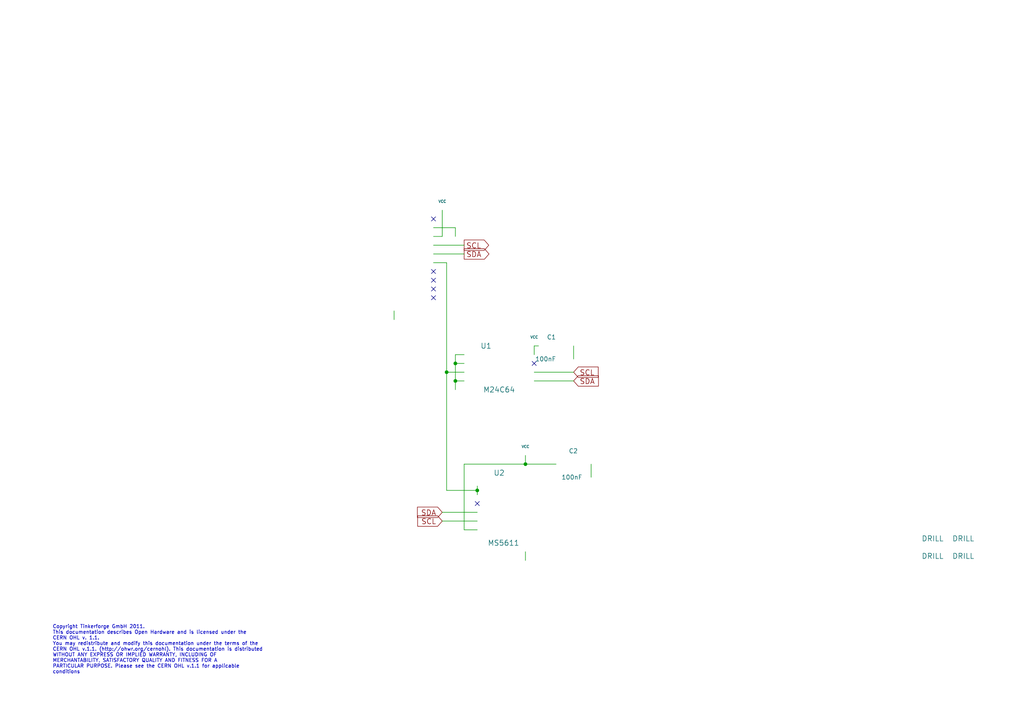
<source format=kicad_sch>
(kicad_sch (version 20230121) (generator eeschema)
  (paper "A4")
  (title_block (title "Barometric Pressure Bricklet") (date "6 sep 2012") (rev "1.0") (company "Tinkerforge GmbH") (comment 1 "Licensed under CERN OHL v.1.1") (comment 2 "Copyright (©) 2012, B.Nordmeyer <bastian@tinkerforge.com>"))
  (lib_symbols)
  (junction (at 132.08 110.49))
  (junction (at 152.4 134.62))
  (junction (at 138.43 142.24))
  (junction (at 129.54 107.95))
  (junction (at 132.08 105.41))
  (no_connect (at 154.94 105.41))
  (no_connect (at 125.73 78.74))
  (no_connect (at 125.73 63.5))
  (no_connect (at 125.73 81.28))
  (no_connect (at 125.73 86.36))
  (no_connect (at 138.43 146.05))
  (no_connect (at 125.73 83.82))
  (wire (pts (xy 132.08 110.49) (xy 134.62 110.49)))
  (wire (pts (xy 154.94 107.95) (xy 166.37 107.95)))
  (wire (pts (xy 171.45 138.43) (xy 171.45 134.62)))
  (wire (pts (xy 138.43 143.51) (xy 138.43 142.24)))
  (wire (pts (xy 138.43 142.24) (xy 138.43 140.97)))
  (wire (pts (xy 134.62 134.62) (xy 152.4 134.62)))
  (wire (pts (xy 156.21 100.33) (xy 154.94 100.33)))
  (wire (pts (xy 154.94 100.33) (xy 154.94 102.87)))
  (wire (pts (xy 138.43 151.13) (xy 128.27 151.13)))
  (wire (pts (xy 134.62 153.67) (xy 134.62 134.62)))
  (wire (pts (xy 128.27 68.58) (xy 128.27 60.96)))
  (wire (pts (xy 132.08 105.41) (xy 132.08 110.49)))
  (wire (pts (xy 129.54 107.95) (xy 129.54 76.2)))
  (wire (pts (xy 138.43 153.67) (xy 134.62 153.67)))
  (wire (pts (xy 125.73 68.58) (xy 128.27 68.58)))
  (wire (pts (xy 125.73 73.66) (xy 134.62 73.66)))
  (wire (pts (xy 132.08 102.87) (xy 132.08 105.41)))
  (wire (pts (xy 129.54 142.24) (xy 129.54 107.95)))
  (wire (pts (xy 152.4 162.56) (xy 152.4 160.02)))
  (wire (pts (xy 132.08 66.04) (xy 132.08 68.58)))
  (wire (pts (xy 154.94 110.49) (xy 166.37 110.49)))
  (wire (pts (xy 132.08 110.49) (xy 132.08 113.03)))
  (wire (pts (xy 134.62 102.87) (xy 132.08 102.87)))
  (wire (pts (xy 114.3 92.71) (xy 114.3 90.17)))
  (wire (pts (xy 132.08 66.04) (xy 125.73 66.04)))
  (wire (pts (xy 152.4 134.62) (xy 152.4 132.08)))
  (wire (pts (xy 132.08 105.41) (xy 134.62 105.41)))
  (wire (pts (xy 138.43 148.59) (xy 128.27 148.59)))
  (wire (pts (xy 138.43 142.24) (xy 129.54 142.24)))
  (wire (pts (xy 152.4 134.62) (xy 161.29 134.62)))
  (wire (pts (xy 125.73 76.2) (xy 129.54 76.2)))
  (wire (pts (xy 125.73 71.12) (xy 134.62 71.12)))
  (wire (pts (xy 129.54 107.95) (xy 134.62 107.95)))
  (wire (pts (xy 166.37 104.14) (xy 166.37 100.33)))
  (text "Copyright Tinkerforge GmbH 2011.\nThis documentation describes Open Hardware and is licensed under the\nCERN OHL v. 1.1.\nYou may redistribute and modify this documentation under the terms of the\nCERN OHL v.1.1. (http://ohwr.org/cernohl). This documentation is distributed\nWITHOUT ANY EXPRESS OR IMPLIED WARRANTY, INCLUDING OF\nMERCHANTABILITY, SATISFACTORY QUALITY AND FITNESS FOR A\nPARTICULAR PURPOSE. Please see the CERN OHL v.1.1 for applicable\nconditions\n" (at 15.24 195.58 0) (effects (font (size 1.016 1.016)) (justify left bottom)))
  (global_label "SDA" (shape input) (at 166.37 110.49 0) (effects (font (size 1.524 1.524))) (property "Intersheetrefs" "${INTERSHEET_REFS}" (effects hide)))
  (global_label "SDA" (shape input) (at 128.27 148.59 180) (effects (font (size 1.524 1.524))) (property "Intersheetrefs" "${INTERSHEET_REFS}" (effects hide)))
  (global_label "SCL" (shape input) (at 166.37 107.95 0) (effects (font (size 1.524 1.524))) (property "Intersheetrefs" "${INTERSHEET_REFS}" (effects hide)))
  (global_label "SCL" (shape output) (at 134.62 71.12 0) (effects (font (size 1.524 1.524))) (property "Intersheetrefs" "${INTERSHEET_REFS}" (effects hide)))
  (global_label "SDA" (shape output) (at 134.62 73.66 0) (effects (font (size 1.524 1.524))) (property "Intersheetrefs" "${INTERSHEET_REFS}" (effects hide)))
  (global_label "SCL" (shape input) (at 128.27 151.13 180) (effects (font (size 1.524 1.524))) (property "Intersheetrefs" "${INTERSHEET_REFS}" (effects hide)))
  (symbol (lib_id "CON-SENSOR") (at 114.3 74.93 0) (mirror y) (unit 1)
    (property "Reference" "P1" (at 120.65 60.96 0) (effects (font (size 1.524 1.524))))
    (property "Value" "CON-SENSOR" (at 110.49 74.93 90) (effects (font (size 1.524 1.524))))
    (property "Footprint" "CON-SENSOR" (effects hide))
  )
  (symbol (lib_id "GND") (at 114.3 92.71 0) (unit 1)
    (property "Reference" "#PWR09" (effects hide))
    (property "Value" "GND" (effects hide))
  )
  (symbol (lib_id "GND") (at 132.08 68.58 0) (unit 1)
    (property "Reference" "#PWR08" (effects hide))
    (property "Value" "GND" (effects hide))
  )
  (symbol (lib_id "VCC") (at 128.27 60.96 0) (unit 1)
    (property "Reference" "#PWR07" (effects hide))
    (property "Value" "VCC" (at 128.27 58.42 0) (effects (font (size 0.762 0.762))))
  )
  (symbol (lib_id "CAT24C") (at 144.78 113.03 0) (unit 1)
    (property "Reference" "U1" (at 140.97 100.33 0) (effects (font (size 1.524 1.524))))
    (property "Value" "M24C64" (at 144.78 113.03 0) (effects (font (size 1.524 1.524))))
    (property "Footprint" "SOIC8" (effects hide))
  )
  (symbol (lib_id "GND") (at 132.08 113.03 0) (unit 1)
    (property "Reference" "#PWR06" (effects hide))
    (property "Value" "GND" (effects hide))
  )
  (symbol (lib_id "VCC") (at 154.94 100.33 0) (unit 1)
    (property "Reference" "#PWR05" (effects hide))
    (property "Value" "VCC" (at 154.94 97.79 0) (effects (font (size 0.762 0.762))))
  )
  (symbol (lib_id "C") (at 161.29 100.33 90) (unit 1)
    (property "Reference" "C1" (at 161.29 97.79 90) (effects (justify left)))
    (property "Value" "100nF" (at 161.29 104.14 90) (effects (justify left)))
    (property "Footprint" "C0603" (effects hide))
  )
  (symbol (lib_id "DRILL") (at 279.4 156.21 0) (unit 1)
    (property "Reference" "U5" (effects hide))
    (property "Value" "DRILL" (at 279.4 156.21 0) (effects (font (size 1.524 1.524))))
    (property "Footprint" "DRILL_NP" (effects hide))
  )
  (symbol (lib_id "DRILL") (at 279.4 161.29 0) (unit 1)
    (property "Reference" "U6" (effects hide))
    (property "Value" "DRILL" (at 279.4 161.29 0) (effects (font (size 1.524 1.524))))
    (property "Footprint" "DRILL_NP" (effects hide))
  )
  (symbol (lib_id "DRILL") (at 270.51 161.29 0) (unit 1)
    (property "Reference" "U4" (effects hide))
    (property "Value" "DRILL" (at 270.51 161.29 0) (effects (font (size 1.524 1.524))))
    (property "Footprint" "DRILL_NP" (effects hide))
  )
  (symbol (lib_id "DRILL") (at 270.51 156.21 0) (unit 1)
    (property "Reference" "U3" (effects hide))
    (property "Value" "DRILL" (at 270.51 156.21 0) (effects (font (size 1.524 1.524))))
    (property "Footprint" "DRILL_NP" (effects hide))
  )
  (symbol (lib_id "GND") (at 166.37 104.14 0) (unit 1)
    (property "Reference" "#PWR04" (effects hide))
    (property "Value" "GND" (effects hide))
  )
  (symbol (lib_id "C") (at 166.37 134.62 90) (unit 1)
    (property "Reference" "C2" (at 167.64 130.81 90) (effects (justify left)))
    (property "Value" "100nF" (at 168.91 138.43 90) (effects (justify left)))
    (property "Footprint" "C0603" (effects hide))
  )
  (symbol (lib_id "VCC") (at 152.4 132.08 0) (unit 1)
    (property "Reference" "#PWR03" (effects hide))
    (property "Value" "VCC" (at 152.4 129.54 0) (effects (font (size 0.762 0.762))))
  )
  (symbol (lib_id "GND") (at 171.45 138.43 0) (unit 1)
    (property "Reference" "#PWR02" (effects hide))
    (property "Value" "GND" (effects hide))
  )
  (symbol (lib_id "GND") (at 152.4 162.56 0) (unit 1)
    (property "Reference" "#PWR01" (effects hide))
    (property "Value" "GND" (effects hide))
  )
  (symbol (lib_id "MC5611") (at 152.4 147.32 0) (unit 1)
    (property "Reference" "U2" (at 144.78 137.16 0) (effects (font (size 1.524 1.524))))
    (property "Value" "MS5611" (at 146.05 157.48 0) (effects (font (size 1.524 1.524))))
    (property "Footprint" "MS5611" (effects hide))
  )
)
</source>
